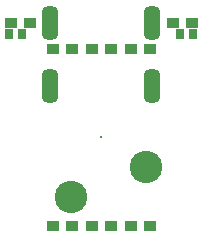
<source format=gts>
G04*
G04 #@! TF.GenerationSoftware,Altium Limited,Altium Designer,20.0.14 (345)*
G04*
G04 Layer_Color=8388736*
%FSLAX25Y25*%
%MOIN*%
G70*
G01*
G75*
%ADD16R,0.02800X0.03200*%
%ADD17R,0.03950X0.03753*%
G04:AMPARAMS|DCode=18|XSize=51.31mil|YSize=110.36mil|CornerRadius=14.83mil|HoleSize=0mil|Usage=FLASHONLY|Rotation=0.000|XOffset=0mil|YOffset=0mil|HoleType=Round|Shape=RoundedRectangle|*
%AMROUNDEDRECTD18*
21,1,0.05131,0.08071,0,0,0.0*
21,1,0.02165,0.11036,0,0,0.0*
1,1,0.02965,0.01083,-0.04035*
1,1,0.02965,-0.01083,-0.04035*
1,1,0.02965,-0.01083,0.04035*
1,1,0.02965,0.01083,0.04035*
%
%ADD18ROUNDEDRECTD18*%
%ADD19C,0.00800*%
%ADD20C,0.10800*%
D16*
X26300Y34300D02*
D03*
X30700D02*
D03*
X-26300D02*
D03*
X-30700D02*
D03*
D17*
X23850Y38000D02*
D03*
X30150D02*
D03*
X-30150D02*
D03*
X-23850D02*
D03*
X-16150Y-29500D02*
D03*
X-9850D02*
D03*
X9850D02*
D03*
X16150D02*
D03*
X-3150D02*
D03*
X3150D02*
D03*
X9850Y29500D02*
D03*
X16150D02*
D03*
X-3150D02*
D03*
X3150D02*
D03*
X-16150D02*
D03*
X-9850D02*
D03*
D18*
X17008Y17126D02*
D03*
X-17008Y38228D02*
D03*
Y17126D02*
D03*
X17008Y38228D02*
D03*
D19*
X0Y0D02*
D03*
D20*
X-10000Y-20000D02*
D03*
X15000Y-10000D02*
D03*
M02*

</source>
